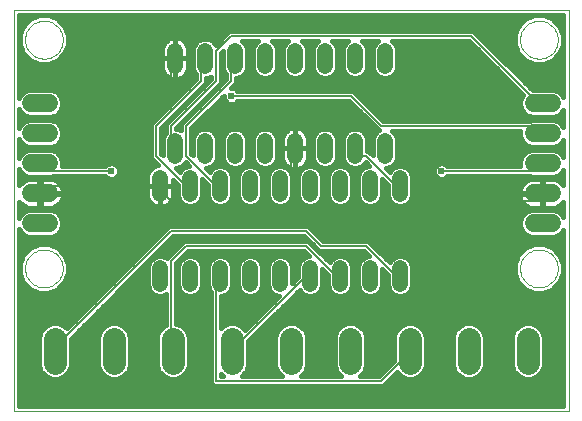
<source format=gbl>
G75*
G70*
%OFA0B0*%
%FSLAX24Y24*%
%IPPOS*%
%LPD*%
%AMOC8*
5,1,8,0,0,1.08239X$1,22.5*
%
%ADD10C,0.0000*%
%ADD11C,0.0520*%
%ADD12C,0.0600*%
%ADD13C,0.0780*%
%ADD14C,0.0060*%
%ADD15C,0.0160*%
%ADD16C,0.0240*%
D10*
X000190Y000181D02*
X000190Y013552D01*
X018685Y013552D01*
X018685Y000181D01*
X000190Y000181D01*
X000560Y004931D02*
X000562Y004981D01*
X000568Y005031D01*
X000578Y005080D01*
X000592Y005128D01*
X000609Y005175D01*
X000630Y005220D01*
X000655Y005264D01*
X000683Y005305D01*
X000715Y005344D01*
X000749Y005381D01*
X000786Y005415D01*
X000826Y005445D01*
X000868Y005472D01*
X000912Y005496D01*
X000958Y005517D01*
X001005Y005533D01*
X001053Y005546D01*
X001103Y005555D01*
X001152Y005560D01*
X001203Y005561D01*
X001253Y005558D01*
X001302Y005551D01*
X001351Y005540D01*
X001399Y005525D01*
X001445Y005507D01*
X001490Y005485D01*
X001533Y005459D01*
X001574Y005430D01*
X001613Y005398D01*
X001649Y005363D01*
X001681Y005325D01*
X001711Y005285D01*
X001738Y005242D01*
X001761Y005198D01*
X001780Y005152D01*
X001796Y005104D01*
X001808Y005055D01*
X001816Y005006D01*
X001820Y004956D01*
X001820Y004906D01*
X001816Y004856D01*
X001808Y004807D01*
X001796Y004758D01*
X001780Y004710D01*
X001761Y004664D01*
X001738Y004620D01*
X001711Y004577D01*
X001681Y004537D01*
X001649Y004499D01*
X001613Y004464D01*
X001574Y004432D01*
X001533Y004403D01*
X001490Y004377D01*
X001445Y004355D01*
X001399Y004337D01*
X001351Y004322D01*
X001302Y004311D01*
X001253Y004304D01*
X001203Y004301D01*
X001152Y004302D01*
X001103Y004307D01*
X001053Y004316D01*
X001005Y004329D01*
X000958Y004345D01*
X000912Y004366D01*
X000868Y004390D01*
X000826Y004417D01*
X000786Y004447D01*
X000749Y004481D01*
X000715Y004518D01*
X000683Y004557D01*
X000655Y004598D01*
X000630Y004642D01*
X000609Y004687D01*
X000592Y004734D01*
X000578Y004782D01*
X000568Y004831D01*
X000562Y004881D01*
X000560Y004931D01*
X000560Y012556D02*
X000562Y012606D01*
X000568Y012656D01*
X000578Y012705D01*
X000592Y012753D01*
X000609Y012800D01*
X000630Y012845D01*
X000655Y012889D01*
X000683Y012930D01*
X000715Y012969D01*
X000749Y013006D01*
X000786Y013040D01*
X000826Y013070D01*
X000868Y013097D01*
X000912Y013121D01*
X000958Y013142D01*
X001005Y013158D01*
X001053Y013171D01*
X001103Y013180D01*
X001152Y013185D01*
X001203Y013186D01*
X001253Y013183D01*
X001302Y013176D01*
X001351Y013165D01*
X001399Y013150D01*
X001445Y013132D01*
X001490Y013110D01*
X001533Y013084D01*
X001574Y013055D01*
X001613Y013023D01*
X001649Y012988D01*
X001681Y012950D01*
X001711Y012910D01*
X001738Y012867D01*
X001761Y012823D01*
X001780Y012777D01*
X001796Y012729D01*
X001808Y012680D01*
X001816Y012631D01*
X001820Y012581D01*
X001820Y012531D01*
X001816Y012481D01*
X001808Y012432D01*
X001796Y012383D01*
X001780Y012335D01*
X001761Y012289D01*
X001738Y012245D01*
X001711Y012202D01*
X001681Y012162D01*
X001649Y012124D01*
X001613Y012089D01*
X001574Y012057D01*
X001533Y012028D01*
X001490Y012002D01*
X001445Y011980D01*
X001399Y011962D01*
X001351Y011947D01*
X001302Y011936D01*
X001253Y011929D01*
X001203Y011926D01*
X001152Y011927D01*
X001103Y011932D01*
X001053Y011941D01*
X001005Y011954D01*
X000958Y011970D01*
X000912Y011991D01*
X000868Y012015D01*
X000826Y012042D01*
X000786Y012072D01*
X000749Y012106D01*
X000715Y012143D01*
X000683Y012182D01*
X000655Y012223D01*
X000630Y012267D01*
X000609Y012312D01*
X000592Y012359D01*
X000578Y012407D01*
X000568Y012456D01*
X000562Y012506D01*
X000560Y012556D01*
X017060Y012556D02*
X017062Y012606D01*
X017068Y012656D01*
X017078Y012705D01*
X017092Y012753D01*
X017109Y012800D01*
X017130Y012845D01*
X017155Y012889D01*
X017183Y012930D01*
X017215Y012969D01*
X017249Y013006D01*
X017286Y013040D01*
X017326Y013070D01*
X017368Y013097D01*
X017412Y013121D01*
X017458Y013142D01*
X017505Y013158D01*
X017553Y013171D01*
X017603Y013180D01*
X017652Y013185D01*
X017703Y013186D01*
X017753Y013183D01*
X017802Y013176D01*
X017851Y013165D01*
X017899Y013150D01*
X017945Y013132D01*
X017990Y013110D01*
X018033Y013084D01*
X018074Y013055D01*
X018113Y013023D01*
X018149Y012988D01*
X018181Y012950D01*
X018211Y012910D01*
X018238Y012867D01*
X018261Y012823D01*
X018280Y012777D01*
X018296Y012729D01*
X018308Y012680D01*
X018316Y012631D01*
X018320Y012581D01*
X018320Y012531D01*
X018316Y012481D01*
X018308Y012432D01*
X018296Y012383D01*
X018280Y012335D01*
X018261Y012289D01*
X018238Y012245D01*
X018211Y012202D01*
X018181Y012162D01*
X018149Y012124D01*
X018113Y012089D01*
X018074Y012057D01*
X018033Y012028D01*
X017990Y012002D01*
X017945Y011980D01*
X017899Y011962D01*
X017851Y011947D01*
X017802Y011936D01*
X017753Y011929D01*
X017703Y011926D01*
X017652Y011927D01*
X017603Y011932D01*
X017553Y011941D01*
X017505Y011954D01*
X017458Y011970D01*
X017412Y011991D01*
X017368Y012015D01*
X017326Y012042D01*
X017286Y012072D01*
X017249Y012106D01*
X017215Y012143D01*
X017183Y012182D01*
X017155Y012223D01*
X017130Y012267D01*
X017109Y012312D01*
X017092Y012359D01*
X017078Y012407D01*
X017068Y012456D01*
X017062Y012506D01*
X017060Y012556D01*
X017060Y004931D02*
X017062Y004981D01*
X017068Y005031D01*
X017078Y005080D01*
X017092Y005128D01*
X017109Y005175D01*
X017130Y005220D01*
X017155Y005264D01*
X017183Y005305D01*
X017215Y005344D01*
X017249Y005381D01*
X017286Y005415D01*
X017326Y005445D01*
X017368Y005472D01*
X017412Y005496D01*
X017458Y005517D01*
X017505Y005533D01*
X017553Y005546D01*
X017603Y005555D01*
X017652Y005560D01*
X017703Y005561D01*
X017753Y005558D01*
X017802Y005551D01*
X017851Y005540D01*
X017899Y005525D01*
X017945Y005507D01*
X017990Y005485D01*
X018033Y005459D01*
X018074Y005430D01*
X018113Y005398D01*
X018149Y005363D01*
X018181Y005325D01*
X018211Y005285D01*
X018238Y005242D01*
X018261Y005198D01*
X018280Y005152D01*
X018296Y005104D01*
X018308Y005055D01*
X018316Y005006D01*
X018320Y004956D01*
X018320Y004906D01*
X018316Y004856D01*
X018308Y004807D01*
X018296Y004758D01*
X018280Y004710D01*
X018261Y004664D01*
X018238Y004620D01*
X018211Y004577D01*
X018181Y004537D01*
X018149Y004499D01*
X018113Y004464D01*
X018074Y004432D01*
X018033Y004403D01*
X017990Y004377D01*
X017945Y004355D01*
X017899Y004337D01*
X017851Y004322D01*
X017802Y004311D01*
X017753Y004304D01*
X017703Y004301D01*
X017652Y004302D01*
X017603Y004307D01*
X017553Y004316D01*
X017505Y004329D01*
X017458Y004345D01*
X017412Y004366D01*
X017368Y004390D01*
X017326Y004417D01*
X017286Y004447D01*
X017249Y004481D01*
X017215Y004518D01*
X017183Y004557D01*
X017155Y004598D01*
X017130Y004642D01*
X017109Y004687D01*
X017092Y004734D01*
X017078Y004782D01*
X017068Y004831D01*
X017062Y004881D01*
X017060Y004931D01*
D11*
X013065Y004941D02*
X013065Y004421D01*
X012065Y004421D02*
X012065Y004941D01*
X011065Y004941D02*
X011065Y004421D01*
X010065Y004421D02*
X010065Y004941D01*
X009065Y004941D02*
X009065Y004421D01*
X008065Y004421D02*
X008065Y004941D01*
X007065Y004941D02*
X007065Y004421D01*
X006065Y004421D02*
X006065Y004941D01*
X005065Y004941D02*
X005065Y004421D01*
X005065Y007421D02*
X005065Y007941D01*
X005565Y008671D02*
X005565Y009191D01*
X006565Y009191D02*
X006565Y008671D01*
X007065Y007941D02*
X007065Y007421D01*
X008065Y007421D02*
X008065Y007941D01*
X008565Y008671D02*
X008565Y009191D01*
X009565Y009191D02*
X009565Y008671D01*
X010565Y008671D02*
X010565Y009191D01*
X011565Y009191D02*
X011565Y008671D01*
X012565Y008671D02*
X012565Y009191D01*
X013065Y007941D02*
X013065Y007421D01*
X012065Y007421D02*
X012065Y007941D01*
X011065Y007941D02*
X011065Y007421D01*
X010065Y007421D02*
X010065Y007941D01*
X009065Y007941D02*
X009065Y007421D01*
X007565Y008671D02*
X007565Y009191D01*
X006065Y007941D02*
X006065Y007421D01*
X006565Y011671D02*
X006565Y012191D01*
X005565Y012191D02*
X005565Y011671D01*
X007565Y011671D02*
X007565Y012191D01*
X008565Y012191D02*
X008565Y011671D01*
X009565Y011671D02*
X009565Y012191D01*
X010565Y012191D02*
X010565Y011671D01*
X011565Y011671D02*
X011565Y012191D01*
X012565Y012191D02*
X012565Y011671D01*
D12*
X017515Y010431D02*
X018115Y010431D01*
X018115Y009431D02*
X017515Y009431D01*
X017515Y008431D02*
X018115Y008431D01*
X018115Y007431D02*
X017515Y007431D01*
X017515Y006431D02*
X018115Y006431D01*
X001365Y006431D02*
X000765Y006431D01*
X000765Y007431D02*
X001365Y007431D01*
X001365Y008431D02*
X000765Y008431D01*
X000765Y009431D02*
X001365Y009431D01*
X001365Y010431D02*
X000765Y010431D01*
D13*
X001560Y002571D02*
X001560Y001791D01*
X003530Y001791D02*
X003530Y002571D01*
X005490Y002571D02*
X005490Y001791D01*
X007470Y001791D02*
X007470Y002571D01*
X009440Y002571D02*
X009440Y001791D01*
X011410Y001791D02*
X011410Y002571D01*
X013390Y002571D02*
X013390Y001791D01*
X015350Y001791D02*
X015350Y002571D01*
X017320Y002571D02*
X017320Y001791D01*
D14*
X013440Y002181D02*
X013390Y002181D01*
X013440Y002181D02*
X012440Y001181D01*
X006940Y001181D01*
X006940Y004681D01*
X007065Y004681D01*
X005940Y005681D02*
X005440Y005181D01*
X005440Y002181D01*
X005490Y002181D01*
X007440Y002181D02*
X007470Y002181D01*
X007440Y002181D02*
X009940Y004681D01*
X010065Y004681D01*
X010940Y004681D02*
X011065Y004681D01*
X010940Y004681D02*
X009940Y005681D01*
X005940Y005681D01*
X005440Y006181D02*
X001440Y002181D01*
X001560Y002181D01*
X005440Y006181D02*
X009940Y006181D01*
X010440Y005681D01*
X011940Y005681D01*
X012940Y004681D01*
X013065Y004681D01*
X012940Y006681D02*
X008940Y006681D01*
X005940Y006681D01*
X004940Y007681D01*
X005065Y007681D01*
X004940Y007681D02*
X004440Y007681D01*
X004440Y009681D01*
X005440Y010681D01*
X005440Y011681D01*
X005565Y011931D01*
X006440Y011681D02*
X006440Y011181D01*
X004940Y009681D01*
X004940Y008681D01*
X005940Y007681D01*
X006065Y007681D01*
X006940Y007681D02*
X007065Y007681D01*
X006940Y007681D02*
X005940Y008681D01*
X005940Y009681D01*
X007440Y011181D01*
X007440Y011681D01*
X007565Y011931D01*
X006940Y012181D02*
X007440Y012681D01*
X015440Y012681D01*
X017440Y010681D01*
X017815Y010431D01*
X017440Y009681D02*
X017815Y009431D01*
X017440Y009681D02*
X012440Y009681D01*
X011440Y010681D01*
X007440Y010681D01*
X006940Y011181D02*
X006940Y012181D01*
X006565Y011931D02*
X006440Y011681D01*
X006940Y011181D02*
X005440Y009681D01*
X005440Y009181D01*
X005565Y008931D01*
X004440Y007681D02*
X001440Y007681D01*
X001065Y007431D01*
X001440Y008181D02*
X001065Y008431D01*
X001440Y008181D02*
X003440Y008181D01*
X008940Y006681D02*
X009440Y007181D01*
X009440Y008681D01*
X009565Y008931D01*
X011440Y008681D02*
X011565Y008931D01*
X011440Y008681D02*
X011940Y008681D01*
X012940Y007681D01*
X013065Y007681D01*
X013440Y007181D02*
X012940Y006681D01*
X013440Y007181D02*
X017440Y007181D01*
X017815Y007431D01*
X017440Y008181D02*
X017815Y008431D01*
X017440Y008181D02*
X014440Y008181D01*
D15*
X014637Y008011D02*
X017379Y008011D01*
X017427Y007991D01*
X018202Y007991D01*
X018364Y008058D01*
X018488Y008182D01*
X018505Y008224D01*
X018505Y007711D01*
X018481Y007744D01*
X018427Y007798D01*
X018366Y007842D01*
X018299Y007876D01*
X018227Y007900D01*
X018152Y007911D01*
X017835Y007911D01*
X017835Y007452D01*
X017794Y007452D01*
X017794Y007911D01*
X017477Y007911D01*
X017402Y007900D01*
X017330Y007876D01*
X017263Y007842D01*
X017202Y007798D01*
X017148Y007744D01*
X017104Y007683D01*
X017070Y007616D01*
X017046Y007544D01*
X017035Y007469D01*
X017035Y007451D01*
X017794Y007451D01*
X017794Y007411D01*
X017035Y007411D01*
X017035Y007394D01*
X017046Y007319D01*
X017070Y007247D01*
X017104Y007180D01*
X017148Y007119D01*
X017202Y007065D01*
X017263Y007021D01*
X017330Y006987D01*
X017402Y006963D01*
X017477Y006951D01*
X017794Y006951D01*
X017794Y007411D01*
X017835Y007411D01*
X017835Y006951D01*
X018152Y006951D01*
X018227Y006963D01*
X018299Y006987D01*
X018366Y007021D01*
X018427Y007065D01*
X018481Y007119D01*
X018505Y007152D01*
X018505Y006639D01*
X018488Y006681D01*
X018364Y006804D01*
X018202Y006871D01*
X017427Y006871D01*
X017265Y006804D01*
X017141Y006681D01*
X017075Y006519D01*
X017075Y006344D01*
X017141Y006182D01*
X017265Y006058D01*
X017427Y005991D01*
X018202Y005991D01*
X018364Y006058D01*
X018488Y006182D01*
X018505Y006224D01*
X018505Y000361D01*
X000369Y000361D01*
X000369Y006235D01*
X000391Y006182D01*
X000515Y006058D01*
X000677Y005991D01*
X001452Y005991D01*
X001614Y006058D01*
X001738Y006182D01*
X001804Y006344D01*
X001804Y006519D01*
X001738Y006681D01*
X001614Y006804D01*
X001452Y006871D01*
X000677Y006871D01*
X000515Y006804D01*
X000391Y006681D01*
X000369Y006627D01*
X000369Y007159D01*
X000398Y007119D01*
X000452Y007065D01*
X000513Y007021D01*
X000580Y006987D01*
X000652Y006963D01*
X000727Y006951D01*
X001044Y006951D01*
X001044Y007411D01*
X001085Y007411D01*
X001085Y007451D01*
X001844Y007451D01*
X001844Y007469D01*
X001833Y007544D01*
X001809Y007616D01*
X001775Y007683D01*
X001731Y007744D01*
X001677Y007798D01*
X001616Y007842D01*
X001549Y007876D01*
X001477Y007900D01*
X001402Y007911D01*
X001085Y007911D01*
X001085Y007452D01*
X001044Y007452D01*
X001044Y007911D01*
X000727Y007911D01*
X000652Y007900D01*
X000580Y007876D01*
X000513Y007842D01*
X000452Y007798D01*
X000398Y007744D01*
X000369Y007704D01*
X000369Y008235D01*
X000391Y008182D01*
X000515Y008058D01*
X000677Y007991D01*
X001452Y007991D01*
X001500Y008011D01*
X003242Y008011D01*
X003292Y007961D01*
X003388Y007921D01*
X003491Y007921D01*
X003587Y007961D01*
X003660Y008034D01*
X003699Y008130D01*
X003699Y008233D01*
X003660Y008329D01*
X003587Y008402D01*
X003491Y008441D01*
X003388Y008441D01*
X003292Y008402D01*
X003242Y008351D01*
X001804Y008351D01*
X001804Y008519D01*
X001738Y008681D01*
X001614Y008804D01*
X001452Y008871D01*
X000677Y008871D01*
X000515Y008804D01*
X000391Y008681D01*
X000369Y008627D01*
X000369Y009235D01*
X000391Y009182D01*
X000515Y009058D01*
X000677Y008991D01*
X001452Y008991D01*
X001614Y009058D01*
X001738Y009182D01*
X001804Y009344D01*
X001804Y009519D01*
X001738Y009681D01*
X001614Y009804D01*
X001452Y009871D01*
X000677Y009871D01*
X000515Y009804D01*
X000391Y009681D01*
X000369Y009627D01*
X000369Y010235D01*
X000391Y010182D01*
X000515Y010058D01*
X000677Y009991D01*
X001452Y009991D01*
X001614Y010058D01*
X001738Y010182D01*
X001804Y010344D01*
X001804Y010519D01*
X001738Y010681D01*
X001614Y010804D01*
X005822Y010804D01*
X005980Y010962D02*
X000369Y010962D01*
X000369Y010804D02*
X000515Y010804D01*
X000391Y010681D01*
X000369Y010627D01*
X000369Y013372D01*
X018505Y013372D01*
X018505Y010639D01*
X018488Y010681D01*
X018364Y010804D01*
X018505Y010804D01*
X018364Y010804D02*
X018202Y010871D01*
X017490Y010871D01*
X015510Y012851D01*
X015369Y012851D01*
X007369Y012851D01*
X007270Y012752D01*
X006913Y012395D01*
X006904Y012418D01*
X006791Y012530D01*
X006644Y012591D01*
X006485Y012591D01*
X006338Y012530D01*
X006225Y012418D01*
X006165Y012271D01*
X006165Y011592D01*
X006225Y011445D01*
X006270Y011401D01*
X006270Y011252D01*
X004770Y009752D01*
X004770Y009611D01*
X004770Y008611D01*
X004869Y008511D01*
X005003Y008377D01*
X004961Y008371D01*
X004896Y008349D01*
X004834Y008318D01*
X004778Y008277D01*
X004729Y008228D01*
X004688Y008172D01*
X004657Y008110D01*
X004635Y008044D01*
X004625Y007976D01*
X004625Y007682D01*
X005064Y007682D01*
X005064Y007681D01*
X004625Y007681D01*
X004625Y007387D01*
X004635Y007318D01*
X004657Y007252D01*
X004688Y007191D01*
X004729Y007135D01*
X004778Y007086D01*
X004834Y007045D01*
X004896Y007014D01*
X004961Y006992D01*
X005030Y006981D01*
X005064Y006981D01*
X005064Y007681D01*
X005065Y007681D01*
X005065Y007682D01*
X005504Y007682D01*
X005504Y007876D01*
X005665Y007716D01*
X005665Y007342D01*
X005725Y007195D01*
X005838Y007082D01*
X005985Y007021D01*
X006144Y007021D01*
X006291Y007082D01*
X006404Y007195D01*
X006464Y007342D01*
X006464Y007916D01*
X006665Y007716D01*
X006665Y007342D01*
X006725Y007195D01*
X006838Y007082D01*
X006985Y007021D01*
X007144Y007021D01*
X007291Y007082D01*
X007404Y007195D01*
X007464Y007342D01*
X007464Y008021D01*
X007404Y008168D01*
X007291Y008280D01*
X007144Y008341D01*
X006985Y008341D01*
X006838Y008280D01*
X006725Y008168D01*
X006716Y008145D01*
X006590Y008271D01*
X006644Y008271D01*
X006791Y008332D01*
X006904Y008445D01*
X006964Y008592D01*
X006964Y009271D01*
X006904Y009418D01*
X006791Y009530D01*
X006644Y009591D01*
X006485Y009591D01*
X006338Y009530D01*
X006225Y009418D01*
X006165Y009271D01*
X006165Y008697D01*
X006109Y008752D01*
X006109Y009611D01*
X007180Y010681D01*
X007180Y010630D01*
X007219Y010534D01*
X007292Y010461D01*
X007388Y010421D01*
X007491Y010421D01*
X007587Y010461D01*
X007637Y010511D01*
X011369Y010511D01*
X012347Y009534D01*
X012338Y009530D01*
X012225Y009418D01*
X012165Y009271D01*
X012165Y008697D01*
X012010Y008851D01*
X011964Y008851D01*
X011964Y009271D01*
X011904Y009418D01*
X011791Y009530D01*
X011644Y009591D01*
X011485Y009591D01*
X011338Y009530D01*
X011225Y009418D01*
X011165Y009271D01*
X011165Y008592D01*
X011225Y008445D01*
X011338Y008332D01*
X011485Y008271D01*
X011644Y008271D01*
X011791Y008332D01*
X011904Y008445D01*
X011913Y008468D01*
X012039Y008341D01*
X011985Y008341D01*
X011838Y008280D01*
X011725Y008168D01*
X011665Y008021D01*
X011665Y007342D01*
X011725Y007195D01*
X011838Y007082D01*
X011985Y007021D01*
X012144Y007021D01*
X012291Y007082D01*
X012404Y007195D01*
X012464Y007342D01*
X012464Y007916D01*
X012665Y007716D01*
X012665Y007342D01*
X012725Y007195D01*
X012838Y007082D01*
X012985Y007021D01*
X013144Y007021D01*
X013291Y007082D01*
X013404Y007195D01*
X013464Y007342D01*
X013464Y008021D01*
X013404Y008168D01*
X013291Y008280D01*
X013144Y008341D01*
X012985Y008341D01*
X012838Y008280D01*
X012725Y008168D01*
X012716Y008145D01*
X012590Y008271D01*
X012644Y008271D01*
X012791Y008332D01*
X012904Y008445D01*
X012964Y008592D01*
X012964Y009271D01*
X012904Y009418D01*
X012810Y009511D01*
X017075Y009511D01*
X017075Y009344D01*
X017141Y009182D01*
X017265Y009058D01*
X017427Y008991D01*
X018202Y008991D01*
X018364Y009058D01*
X018488Y009182D01*
X018505Y009224D01*
X018505Y008639D01*
X018488Y008681D01*
X018364Y008804D01*
X018202Y008871D01*
X017427Y008871D01*
X017265Y008804D01*
X017141Y008681D01*
X017075Y008519D01*
X017075Y008351D01*
X014637Y008351D01*
X014587Y008402D01*
X014491Y008441D01*
X014388Y008441D01*
X014292Y008402D01*
X014219Y008329D01*
X014180Y008233D01*
X014180Y008130D01*
X014219Y008034D01*
X014292Y007961D01*
X014388Y007921D01*
X014491Y007921D01*
X014587Y007961D01*
X014637Y008011D01*
X014560Y007950D02*
X018505Y007950D01*
X018505Y007791D02*
X018433Y007791D01*
X018414Y008109D02*
X018505Y008109D01*
X018505Y008743D02*
X018425Y008743D01*
X018505Y008901D02*
X012964Y008901D01*
X012964Y008743D02*
X017204Y008743D01*
X017102Y008584D02*
X012961Y008584D01*
X012884Y008426D02*
X014350Y008426D01*
X014529Y008426D02*
X017075Y008426D01*
X017264Y009060D02*
X012964Y009060D01*
X012964Y009218D02*
X017126Y009218D01*
X017075Y009377D02*
X012921Y009377D01*
X012345Y009535D02*
X011779Y009535D01*
X011921Y009377D02*
X012208Y009377D01*
X012165Y009218D02*
X011964Y009218D01*
X011964Y009060D02*
X012165Y009060D01*
X012165Y008901D02*
X011964Y008901D01*
X012119Y008743D02*
X012165Y008743D01*
X011955Y008426D02*
X011884Y008426D01*
X011825Y008267D02*
X011304Y008267D01*
X011291Y008280D02*
X011144Y008341D01*
X010985Y008341D01*
X010838Y008280D01*
X010725Y008168D01*
X010665Y008021D01*
X010665Y007342D01*
X010725Y007195D01*
X010838Y007082D01*
X010985Y007021D01*
X011144Y007021D01*
X011291Y007082D01*
X011404Y007195D01*
X011464Y007342D01*
X011464Y008021D01*
X011404Y008168D01*
X011291Y008280D01*
X011245Y008426D02*
X010884Y008426D01*
X010904Y008445D02*
X010964Y008592D01*
X010964Y009271D01*
X010904Y009418D01*
X010791Y009530D01*
X010644Y009591D01*
X010485Y009591D01*
X010338Y009530D01*
X010225Y009418D01*
X010165Y009271D01*
X010165Y008592D01*
X010225Y008445D01*
X010338Y008332D01*
X010485Y008271D01*
X010644Y008271D01*
X010791Y008332D01*
X010904Y008445D01*
X010961Y008584D02*
X011168Y008584D01*
X011165Y008743D02*
X010964Y008743D01*
X010964Y008901D02*
X011165Y008901D01*
X011165Y009060D02*
X010964Y009060D01*
X010964Y009218D02*
X011165Y009218D01*
X011208Y009377D02*
X010921Y009377D01*
X010779Y009535D02*
X011350Y009535D01*
X011869Y010011D02*
X006510Y010011D01*
X006351Y009853D02*
X012028Y009853D01*
X012186Y009694D02*
X006192Y009694D01*
X006109Y009535D02*
X006350Y009535D01*
X006208Y009377D02*
X006109Y009377D01*
X006109Y009218D02*
X006165Y009218D01*
X006165Y009060D02*
X006109Y009060D01*
X006109Y008901D02*
X006165Y008901D01*
X006165Y008743D02*
X006119Y008743D01*
X005913Y008468D02*
X006039Y008341D01*
X005985Y008341D01*
X005838Y008280D01*
X005725Y008168D01*
X005716Y008145D01*
X005590Y008271D01*
X005644Y008271D01*
X005791Y008332D01*
X005904Y008445D01*
X005913Y008468D01*
X005884Y008426D02*
X005955Y008426D01*
X005825Y008267D02*
X005594Y008267D01*
X005165Y008697D02*
X005109Y008752D01*
X005109Y009611D01*
X006510Y011011D01*
X006609Y011111D01*
X006609Y011271D01*
X006644Y011271D01*
X006770Y011323D01*
X006770Y011252D01*
X005270Y009752D01*
X005270Y009611D01*
X005270Y009462D01*
X005225Y009418D01*
X005165Y009271D01*
X005165Y008697D01*
X005165Y008743D02*
X005119Y008743D01*
X005109Y008901D02*
X005165Y008901D01*
X005165Y009060D02*
X005109Y009060D01*
X005109Y009218D02*
X005165Y009218D01*
X005208Y009377D02*
X005109Y009377D01*
X005109Y009535D02*
X005270Y009535D01*
X005270Y009694D02*
X005193Y009694D01*
X005351Y009853D02*
X005370Y009853D01*
X005510Y010011D02*
X005529Y010011D01*
X005668Y010170D02*
X005687Y010170D01*
X005827Y010328D02*
X005846Y010328D01*
X005985Y010487D02*
X006004Y010487D01*
X006144Y010645D02*
X006163Y010645D01*
X006302Y010804D02*
X006322Y010804D01*
X006461Y010962D02*
X006480Y010962D01*
X006609Y011121D02*
X006639Y011121D01*
X006961Y010962D02*
X006980Y010962D01*
X007010Y011011D02*
X007109Y011111D01*
X007109Y012111D01*
X007165Y012166D01*
X007165Y011592D01*
X007225Y011445D01*
X007270Y011401D01*
X007270Y011252D01*
X005770Y009752D01*
X005770Y009611D01*
X005770Y009539D01*
X005644Y009591D01*
X005609Y009591D01*
X005609Y009611D01*
X007010Y011011D01*
X007109Y011121D02*
X007139Y011121D01*
X007109Y011279D02*
X007270Y011279D01*
X007232Y011438D02*
X007109Y011438D01*
X007109Y011597D02*
X007165Y011597D01*
X007165Y011755D02*
X007109Y011755D01*
X007109Y011914D02*
X007165Y011914D01*
X007165Y012072D02*
X007109Y012072D01*
X007066Y012548D02*
X006749Y012548D01*
X006380Y012548D02*
X005823Y012548D01*
X005795Y012568D02*
X005733Y012599D01*
X005668Y012621D01*
X005599Y012631D01*
X005565Y012631D01*
X005565Y011932D01*
X005564Y011932D01*
X005564Y012631D01*
X005530Y012631D01*
X005461Y012621D01*
X005396Y012599D01*
X005334Y012568D01*
X005278Y012527D01*
X005229Y012478D01*
X005188Y012422D01*
X005157Y012360D01*
X005135Y012294D01*
X005125Y012226D01*
X005125Y011932D01*
X005564Y011932D01*
X005564Y011931D01*
X005125Y011931D01*
X005125Y011637D01*
X005135Y011568D01*
X005157Y011502D01*
X005188Y011441D01*
X005229Y011385D01*
X005278Y011336D01*
X005334Y011295D01*
X005396Y011264D01*
X005461Y011242D01*
X005530Y011231D01*
X005564Y011231D01*
X005564Y011931D01*
X005565Y011931D01*
X005565Y011932D01*
X006004Y011932D01*
X006004Y012226D01*
X005994Y012294D01*
X005972Y012360D01*
X005941Y012422D01*
X005900Y012478D01*
X005851Y012527D01*
X005795Y012568D01*
X005565Y012548D02*
X005564Y012548D01*
X005564Y012389D02*
X005565Y012389D01*
X005564Y012231D02*
X005565Y012231D01*
X005564Y012072D02*
X005565Y012072D01*
X005565Y011931D02*
X006004Y011931D01*
X006004Y011637D01*
X005994Y011568D01*
X005972Y011502D01*
X005941Y011441D01*
X005900Y011385D01*
X005851Y011336D01*
X005795Y011295D01*
X005733Y011264D01*
X005668Y011242D01*
X005599Y011231D01*
X005565Y011231D01*
X005565Y011931D01*
X005564Y011914D02*
X005565Y011914D01*
X005564Y011755D02*
X005565Y011755D01*
X005564Y011597D02*
X005565Y011597D01*
X005564Y011438D02*
X005565Y011438D01*
X005564Y011279D02*
X005565Y011279D01*
X005764Y011279D02*
X006270Y011279D01*
X006232Y011438D02*
X005939Y011438D01*
X005998Y011597D02*
X006165Y011597D01*
X006165Y011755D02*
X006004Y011755D01*
X006004Y011914D02*
X006165Y011914D01*
X006165Y012072D02*
X006004Y012072D01*
X006004Y012231D02*
X006165Y012231D01*
X006214Y012389D02*
X005958Y012389D01*
X005306Y012548D02*
X001999Y012548D01*
X001999Y012395D02*
X001876Y012098D01*
X001648Y011870D01*
X001351Y011746D01*
X001028Y011746D01*
X000731Y011870D01*
X000503Y012098D01*
X000380Y012395D01*
X000380Y012718D01*
X000503Y013015D01*
X000731Y013243D01*
X001028Y013366D01*
X001351Y013366D01*
X001648Y013243D01*
X001876Y013015D01*
X001999Y012718D01*
X001999Y012395D01*
X001997Y012389D02*
X005172Y012389D01*
X005125Y012231D02*
X001931Y012231D01*
X001851Y012072D02*
X005125Y012072D01*
X005125Y011914D02*
X001692Y011914D01*
X001371Y011755D02*
X005125Y011755D01*
X005131Y011597D02*
X000369Y011597D01*
X000369Y011755D02*
X001008Y011755D01*
X000687Y011914D02*
X000369Y011914D01*
X000369Y012072D02*
X000528Y012072D01*
X000448Y012231D02*
X000369Y012231D01*
X000369Y012389D02*
X000382Y012389D01*
X000369Y012548D02*
X000380Y012548D01*
X000369Y012706D02*
X000380Y012706D01*
X000369Y012865D02*
X000441Y012865D01*
X000511Y013023D02*
X000369Y013023D01*
X000369Y013182D02*
X000670Y013182D01*
X000966Y013341D02*
X000369Y013341D01*
X001413Y013341D02*
X017466Y013341D01*
X017528Y013366D02*
X017231Y013243D01*
X017003Y013015D01*
X016880Y012718D01*
X016880Y012395D01*
X017003Y012098D01*
X017231Y011870D01*
X017528Y011746D01*
X017851Y011746D01*
X018148Y011870D01*
X018376Y012098D01*
X018499Y012395D01*
X018499Y012718D01*
X018376Y013015D01*
X018148Y013243D01*
X017851Y013366D01*
X017528Y013366D01*
X017913Y013341D02*
X018505Y013341D01*
X018505Y013182D02*
X018209Y013182D01*
X018368Y013023D02*
X018505Y013023D01*
X018505Y012865D02*
X018438Y012865D01*
X018499Y012706D02*
X018505Y012706D01*
X018499Y012548D02*
X018505Y012548D01*
X018497Y012389D02*
X018505Y012389D01*
X018505Y012231D02*
X018431Y012231D01*
X018505Y012072D02*
X018351Y012072D01*
X018505Y011914D02*
X018192Y011914D01*
X018505Y011755D02*
X017871Y011755D01*
X017508Y011755D02*
X016606Y011755D01*
X016448Y011914D02*
X017187Y011914D01*
X017028Y012072D02*
X016289Y012072D01*
X016131Y012231D02*
X016948Y012231D01*
X016882Y012389D02*
X015972Y012389D01*
X015814Y012548D02*
X016880Y012548D01*
X016880Y012706D02*
X015655Y012706D01*
X015369Y012511D02*
X017171Y010710D01*
X017141Y010681D01*
X017075Y010519D01*
X017075Y010344D01*
X017141Y010182D01*
X017265Y010058D01*
X017427Y009991D01*
X018202Y009991D01*
X018364Y010058D01*
X018488Y010182D01*
X018505Y010224D01*
X018505Y009639D01*
X018488Y009681D01*
X018364Y009804D01*
X018202Y009871D01*
X017427Y009871D01*
X017379Y009851D01*
X012510Y009851D01*
X011609Y010752D01*
X011510Y010851D01*
X007637Y010851D01*
X007587Y010902D01*
X007491Y010941D01*
X007440Y010941D01*
X007510Y011011D01*
X007609Y011111D01*
X007609Y011271D01*
X007644Y011271D01*
X007791Y011332D01*
X007904Y011445D01*
X007964Y011592D01*
X007964Y012271D01*
X007904Y012418D01*
X007810Y012511D01*
X008319Y012511D01*
X008225Y012418D01*
X008165Y012271D01*
X008165Y011592D01*
X008225Y011445D01*
X008338Y011332D01*
X008485Y011271D01*
X008644Y011271D01*
X008791Y011332D01*
X008904Y011445D01*
X008964Y011592D01*
X008964Y012271D01*
X008904Y012418D01*
X008810Y012511D01*
X009319Y012511D01*
X009225Y012418D01*
X009165Y012271D01*
X009165Y011592D01*
X009225Y011445D01*
X009338Y011332D01*
X009485Y011271D01*
X009644Y011271D01*
X009791Y011332D01*
X009904Y011445D01*
X009964Y011592D01*
X009964Y012271D01*
X009904Y012418D01*
X009810Y012511D01*
X010319Y012511D01*
X010225Y012418D01*
X010165Y012271D01*
X010165Y011592D01*
X010225Y011445D01*
X010338Y011332D01*
X010485Y011271D01*
X010644Y011271D01*
X010791Y011332D01*
X010904Y011445D01*
X010964Y011592D01*
X010964Y012271D01*
X010904Y012418D01*
X010810Y012511D01*
X011319Y012511D01*
X011225Y012418D01*
X011165Y012271D01*
X011165Y011592D01*
X011225Y011445D01*
X011338Y011332D01*
X011485Y011271D01*
X011644Y011271D01*
X011791Y011332D01*
X011904Y011445D01*
X011964Y011592D01*
X011964Y012271D01*
X011904Y012418D01*
X011810Y012511D01*
X012319Y012511D01*
X012225Y012418D01*
X012165Y012271D01*
X012165Y011592D01*
X012225Y011445D01*
X012338Y011332D01*
X012485Y011271D01*
X012644Y011271D01*
X012791Y011332D01*
X012904Y011445D01*
X012964Y011592D01*
X012964Y012271D01*
X012904Y012418D01*
X012810Y012511D01*
X015369Y012511D01*
X015491Y012389D02*
X012916Y012389D01*
X012964Y012231D02*
X015650Y012231D01*
X015808Y012072D02*
X012964Y012072D01*
X012964Y011914D02*
X015967Y011914D01*
X016125Y011755D02*
X012964Y011755D01*
X012964Y011597D02*
X016284Y011597D01*
X016443Y011438D02*
X012897Y011438D01*
X012663Y011279D02*
X016601Y011279D01*
X016760Y011121D02*
X007609Y011121D01*
X007461Y010962D02*
X016918Y010962D01*
X017077Y010804D02*
X011557Y010804D01*
X011716Y010645D02*
X017127Y010645D01*
X017075Y010487D02*
X011875Y010487D01*
X012033Y010328D02*
X017081Y010328D01*
X017154Y010170D02*
X012192Y010170D01*
X012350Y010011D02*
X017379Y010011D01*
X017382Y009853D02*
X012509Y009853D01*
X011711Y010170D02*
X006668Y010170D01*
X006827Y010328D02*
X011552Y010328D01*
X011394Y010487D02*
X007613Y010487D01*
X007266Y010487D02*
X006985Y010487D01*
X007144Y010645D02*
X007180Y010645D01*
X006822Y010804D02*
X006802Y010804D01*
X006663Y010645D02*
X006644Y010645D01*
X006504Y010487D02*
X006485Y010487D01*
X006346Y010328D02*
X006327Y010328D01*
X006187Y010170D02*
X006168Y010170D01*
X006029Y010011D02*
X006010Y010011D01*
X005870Y009853D02*
X005851Y009853D01*
X005770Y009694D02*
X005693Y009694D01*
X005187Y010170D02*
X001725Y010170D01*
X001798Y010328D02*
X005346Y010328D01*
X005504Y010487D02*
X001804Y010487D01*
X001752Y010645D02*
X005663Y010645D01*
X006139Y011121D02*
X000369Y011121D01*
X000369Y011279D02*
X005365Y011279D01*
X005190Y011438D02*
X000369Y011438D01*
X000677Y010871D02*
X000515Y010804D01*
X000677Y010871D02*
X001452Y010871D01*
X001614Y010804D01*
X001500Y010011D02*
X005029Y010011D01*
X004870Y009853D02*
X001498Y009853D01*
X001724Y009694D02*
X004770Y009694D01*
X004770Y009535D02*
X001798Y009535D01*
X001804Y009377D02*
X004770Y009377D01*
X004770Y009218D02*
X001753Y009218D01*
X001615Y009060D02*
X004770Y009060D01*
X004770Y008901D02*
X000369Y008901D01*
X000369Y008743D02*
X000454Y008743D01*
X000514Y009060D02*
X000369Y009060D01*
X000369Y009218D02*
X000376Y009218D01*
X000369Y009694D02*
X000405Y009694D01*
X000369Y009853D02*
X000632Y009853D01*
X000629Y010011D02*
X000369Y010011D01*
X000369Y010170D02*
X000404Y010170D01*
X000377Y010645D02*
X000369Y010645D01*
X001675Y008743D02*
X004770Y008743D01*
X004796Y008584D02*
X001777Y008584D01*
X001804Y008426D02*
X003350Y008426D01*
X003529Y008426D02*
X004955Y008426D01*
X004869Y008511D02*
X004869Y008511D01*
X004768Y008267D02*
X003685Y008267D01*
X003691Y008109D02*
X004656Y008109D01*
X004625Y007950D02*
X003560Y007950D01*
X003319Y007950D02*
X000369Y007950D01*
X000369Y007791D02*
X000446Y007791D01*
X000465Y008109D02*
X000369Y008109D01*
X001044Y007791D02*
X001085Y007791D01*
X001085Y007633D02*
X001044Y007633D01*
X001044Y007474D02*
X001085Y007474D01*
X001085Y007411D02*
X001844Y007411D01*
X001844Y007394D01*
X001833Y007319D01*
X001809Y007247D01*
X001775Y007180D01*
X001731Y007119D01*
X001677Y007065D01*
X001616Y007021D01*
X001549Y006987D01*
X001477Y006963D01*
X001402Y006951D01*
X001085Y006951D01*
X001085Y007411D01*
X001085Y007316D02*
X001044Y007316D01*
X001044Y007157D02*
X001085Y007157D01*
X001085Y006999D02*
X001044Y006999D01*
X000602Y006840D02*
X000369Y006840D01*
X000369Y006682D02*
X000393Y006682D01*
X000369Y006999D02*
X000556Y006999D01*
X000369Y007157D02*
X000370Y007157D01*
X000369Y006206D02*
X000382Y006206D01*
X000369Y006048D02*
X000541Y006048D01*
X000369Y005889D02*
X004907Y005889D01*
X004748Y005730D02*
X001377Y005730D01*
X001351Y005741D02*
X001028Y005741D01*
X000731Y005618D01*
X000503Y005390D01*
X000380Y005093D01*
X000380Y004770D01*
X000503Y004473D01*
X000731Y004245D01*
X001028Y004121D01*
X001351Y004121D01*
X001648Y004245D01*
X001876Y004473D01*
X001999Y004770D01*
X001999Y005093D01*
X001876Y005390D01*
X001648Y005618D01*
X001351Y005741D01*
X001694Y005572D02*
X004590Y005572D01*
X004431Y005413D02*
X001853Y005413D01*
X001932Y005255D02*
X004273Y005255D01*
X004114Y005096D02*
X001998Y005096D01*
X001999Y004938D02*
X003955Y004938D01*
X003797Y004779D02*
X001999Y004779D01*
X001937Y004621D02*
X003638Y004621D01*
X003480Y004462D02*
X001866Y004462D01*
X001707Y004304D02*
X003321Y004304D01*
X003163Y004145D02*
X001407Y004145D01*
X000972Y004145D02*
X000369Y004145D01*
X000369Y003986D02*
X003004Y003986D01*
X002846Y003828D02*
X000369Y003828D01*
X000369Y003669D02*
X002687Y003669D01*
X002529Y003511D02*
X000369Y003511D01*
X000369Y003352D02*
X002370Y003352D01*
X002211Y003194D02*
X000369Y003194D01*
X000369Y003035D02*
X001294Y003035D01*
X001259Y003021D02*
X001110Y002872D01*
X001030Y002677D01*
X001030Y001686D01*
X001110Y001491D01*
X001259Y001342D01*
X001454Y001261D01*
X001665Y001261D01*
X001860Y001342D01*
X002009Y001491D01*
X002089Y001686D01*
X002089Y002591D01*
X005510Y006011D01*
X009869Y006011D01*
X010369Y005511D01*
X010510Y005511D01*
X011869Y005511D01*
X012039Y005341D01*
X011985Y005341D01*
X011838Y005280D01*
X011725Y005168D01*
X011665Y005021D01*
X011665Y004342D01*
X011725Y004195D01*
X011838Y004082D01*
X011985Y004021D01*
X012144Y004021D01*
X012291Y004082D01*
X012404Y004195D01*
X012464Y004342D01*
X012464Y004916D01*
X012665Y004716D01*
X012665Y004342D01*
X012725Y004195D01*
X012838Y004082D01*
X012985Y004021D01*
X013144Y004021D01*
X013291Y004082D01*
X013404Y004195D01*
X013464Y004342D01*
X013464Y005021D01*
X013404Y005168D01*
X013291Y005280D01*
X013144Y005341D01*
X012985Y005341D01*
X012838Y005280D01*
X012725Y005168D01*
X012716Y005145D01*
X012109Y005752D01*
X012010Y005851D01*
X010510Y005851D01*
X010109Y006252D01*
X010010Y006351D01*
X005510Y006351D01*
X005369Y006351D01*
X001949Y002931D01*
X001860Y003021D01*
X001665Y003101D01*
X001454Y003101D01*
X001259Y003021D01*
X001115Y002877D02*
X000369Y002877D01*
X000369Y002718D02*
X001047Y002718D01*
X001030Y002560D02*
X000369Y002560D01*
X000369Y002401D02*
X001030Y002401D01*
X001030Y002242D02*
X000369Y002242D01*
X000369Y002084D02*
X001030Y002084D01*
X001030Y001925D02*
X000369Y001925D01*
X000369Y001767D02*
X001030Y001767D01*
X001062Y001608D02*
X000369Y001608D01*
X000369Y001450D02*
X001152Y001450D01*
X001382Y001291D02*
X000369Y001291D01*
X000369Y001133D02*
X006770Y001133D01*
X006770Y001111D02*
X006869Y001011D01*
X012369Y001011D01*
X012510Y001011D01*
X012965Y001466D01*
X013089Y001342D01*
X013284Y001261D01*
X013495Y001261D01*
X013690Y001342D01*
X013839Y001491D01*
X013919Y001686D01*
X013919Y002677D01*
X013839Y002872D01*
X013690Y003021D01*
X013495Y003101D01*
X013284Y003101D01*
X013089Y003021D01*
X012940Y002872D01*
X012860Y002677D01*
X012860Y001842D01*
X012369Y001351D01*
X011719Y001351D01*
X011859Y001491D01*
X011939Y001686D01*
X011939Y002677D01*
X011859Y002872D01*
X011710Y003021D01*
X011515Y003101D01*
X011304Y003101D01*
X011109Y003021D01*
X010960Y002872D01*
X010880Y002677D01*
X010880Y001686D01*
X010960Y001491D01*
X011100Y001351D01*
X009749Y001351D01*
X009889Y001491D01*
X009969Y001686D01*
X009969Y002677D01*
X009889Y002872D01*
X009740Y003021D01*
X009545Y003101D01*
X009334Y003101D01*
X009139Y003021D01*
X008990Y002872D01*
X008910Y002677D01*
X008910Y001686D01*
X008990Y001491D01*
X009130Y001351D01*
X007779Y001351D01*
X007919Y001491D01*
X007999Y001686D01*
X007999Y002501D01*
X009716Y004218D01*
X009725Y004195D01*
X009838Y004082D01*
X009985Y004021D01*
X010144Y004021D01*
X010291Y004082D01*
X010404Y004195D01*
X010464Y004342D01*
X010464Y004916D01*
X010665Y004716D01*
X010665Y004342D01*
X010725Y004195D01*
X010838Y004082D01*
X010985Y004021D01*
X011144Y004021D01*
X011291Y004082D01*
X011404Y004195D01*
X011464Y004342D01*
X011464Y005021D01*
X011404Y005168D01*
X011291Y005280D01*
X011144Y005341D01*
X010985Y005341D01*
X010838Y005280D01*
X010725Y005168D01*
X010716Y005145D01*
X010109Y005752D01*
X010010Y005851D01*
X006010Y005851D01*
X005869Y005851D01*
X005369Y005351D01*
X005295Y005277D01*
X005291Y005280D01*
X005144Y005341D01*
X004985Y005341D01*
X004838Y005280D01*
X004725Y005168D01*
X004665Y005021D01*
X004665Y004342D01*
X004725Y004195D01*
X004838Y004082D01*
X004985Y004021D01*
X005144Y004021D01*
X005270Y004073D01*
X005270Y003054D01*
X005189Y003021D01*
X005040Y002872D01*
X004960Y002677D01*
X004960Y001686D01*
X005040Y001491D01*
X005189Y001342D01*
X005384Y001261D01*
X005595Y001261D01*
X005790Y001342D01*
X005939Y001491D01*
X006019Y001686D01*
X006019Y002677D01*
X005939Y002872D01*
X005790Y003021D01*
X005609Y003095D01*
X005609Y005111D01*
X006010Y005511D01*
X009869Y005511D01*
X010039Y005341D01*
X009985Y005341D01*
X009838Y005280D01*
X009725Y005168D01*
X009665Y005021D01*
X009665Y004647D01*
X009464Y004447D01*
X009464Y005021D01*
X009404Y005168D01*
X009291Y005280D01*
X009144Y005341D01*
X008985Y005341D01*
X008838Y005280D01*
X008725Y005168D01*
X008665Y005021D01*
X008665Y004342D01*
X008725Y004195D01*
X008838Y004082D01*
X008985Y004021D01*
X009039Y004021D01*
X007904Y002886D01*
X007770Y003021D01*
X007575Y003101D01*
X007364Y003101D01*
X007169Y003021D01*
X007109Y002961D01*
X007109Y004021D01*
X007144Y004021D01*
X007291Y004082D01*
X007404Y004195D01*
X007464Y004342D01*
X007464Y005021D01*
X007404Y005168D01*
X007291Y005280D01*
X007144Y005341D01*
X006985Y005341D01*
X006838Y005280D01*
X006725Y005168D01*
X006665Y005021D01*
X006665Y004342D01*
X006725Y004195D01*
X006770Y004151D01*
X006770Y001252D01*
X006770Y001111D01*
X006770Y001291D02*
X005667Y001291D01*
X005897Y001450D02*
X006770Y001450D01*
X006770Y001608D02*
X005987Y001608D01*
X006019Y001767D02*
X006770Y001767D01*
X006770Y001925D02*
X006019Y001925D01*
X006019Y002084D02*
X006770Y002084D01*
X006770Y002242D02*
X006019Y002242D01*
X006019Y002401D02*
X006770Y002401D01*
X006770Y002560D02*
X006019Y002560D01*
X006002Y002718D02*
X006770Y002718D01*
X006770Y002877D02*
X005934Y002877D01*
X005755Y003035D02*
X006770Y003035D01*
X006770Y003194D02*
X005609Y003194D01*
X005609Y003352D02*
X006770Y003352D01*
X006770Y003511D02*
X005609Y003511D01*
X005609Y003669D02*
X006770Y003669D01*
X006770Y003828D02*
X005609Y003828D01*
X005609Y003986D02*
X006770Y003986D01*
X006770Y004145D02*
X006354Y004145D01*
X006404Y004195D02*
X006464Y004342D01*
X006464Y005021D01*
X006404Y005168D01*
X006291Y005280D01*
X006144Y005341D01*
X005985Y005341D01*
X005838Y005280D01*
X005725Y005168D01*
X005665Y005021D01*
X005665Y004342D01*
X005725Y004195D01*
X005838Y004082D01*
X005985Y004021D01*
X006144Y004021D01*
X006291Y004082D01*
X006404Y004195D01*
X006449Y004304D02*
X006680Y004304D01*
X006665Y004462D02*
X006464Y004462D01*
X006464Y004621D02*
X006665Y004621D01*
X006665Y004779D02*
X006464Y004779D01*
X006464Y004938D02*
X006665Y004938D01*
X006696Y005096D02*
X006433Y005096D01*
X006317Y005255D02*
X006812Y005255D01*
X007317Y005255D02*
X007812Y005255D01*
X007838Y005280D02*
X007725Y005168D01*
X007665Y005021D01*
X007665Y004342D01*
X007725Y004195D01*
X007838Y004082D01*
X007985Y004021D01*
X008144Y004021D01*
X008291Y004082D01*
X008404Y004195D01*
X008464Y004342D01*
X008464Y005021D01*
X008404Y005168D01*
X008291Y005280D01*
X008144Y005341D01*
X007985Y005341D01*
X007838Y005280D01*
X007696Y005096D02*
X007433Y005096D01*
X007464Y004938D02*
X007665Y004938D01*
X007665Y004779D02*
X007464Y004779D01*
X007464Y004621D02*
X007665Y004621D01*
X007665Y004462D02*
X007464Y004462D01*
X007449Y004304D02*
X007680Y004304D01*
X007775Y004145D02*
X007354Y004145D01*
X007109Y003986D02*
X009004Y003986D01*
X008775Y004145D02*
X008354Y004145D01*
X008449Y004304D02*
X008680Y004304D01*
X008665Y004462D02*
X008464Y004462D01*
X008464Y004621D02*
X008665Y004621D01*
X008665Y004779D02*
X008464Y004779D01*
X008464Y004938D02*
X008665Y004938D01*
X008696Y005096D02*
X008433Y005096D01*
X008317Y005255D02*
X008812Y005255D01*
X009317Y005255D02*
X009812Y005255D01*
X009696Y005096D02*
X009433Y005096D01*
X009464Y004938D02*
X009665Y004938D01*
X009665Y004779D02*
X009464Y004779D01*
X009464Y004621D02*
X009638Y004621D01*
X009480Y004462D02*
X009464Y004462D01*
X009643Y004145D02*
X009775Y004145D01*
X009485Y003986D02*
X018505Y003986D01*
X018505Y004145D02*
X017907Y004145D01*
X017851Y004121D02*
X018148Y004245D01*
X018376Y004473D01*
X018499Y004770D01*
X018499Y005093D01*
X018376Y005390D01*
X018148Y005618D01*
X017851Y005741D01*
X017528Y005741D01*
X017231Y005618D01*
X017003Y005390D01*
X016880Y005093D01*
X016880Y004770D01*
X017003Y004473D01*
X017231Y004245D01*
X017528Y004121D01*
X017851Y004121D01*
X017472Y004145D02*
X013354Y004145D01*
X013449Y004304D02*
X017172Y004304D01*
X017013Y004462D02*
X013464Y004462D01*
X013464Y004621D02*
X016942Y004621D01*
X016880Y004779D02*
X013464Y004779D01*
X013464Y004938D02*
X016880Y004938D01*
X016881Y005096D02*
X013433Y005096D01*
X013317Y005255D02*
X016947Y005255D01*
X017026Y005413D02*
X012448Y005413D01*
X012606Y005255D02*
X012812Y005255D01*
X012289Y005572D02*
X017185Y005572D01*
X017502Y005730D02*
X012131Y005730D01*
X011967Y005413D02*
X010448Y005413D01*
X010309Y005572D02*
X010289Y005572D01*
X010150Y005730D02*
X010131Y005730D01*
X009992Y005889D02*
X005387Y005889D01*
X005229Y005730D02*
X005748Y005730D01*
X005590Y005572D02*
X005070Y005572D01*
X004912Y005413D02*
X005431Y005413D01*
X005753Y005255D02*
X005812Y005255D01*
X005912Y005413D02*
X009967Y005413D01*
X010472Y005889D02*
X018505Y005889D01*
X018505Y005730D02*
X017877Y005730D01*
X018194Y005572D02*
X018505Y005572D01*
X018505Y005413D02*
X018353Y005413D01*
X018432Y005255D02*
X018505Y005255D01*
X018498Y005096D02*
X018505Y005096D01*
X018499Y004938D02*
X018505Y004938D01*
X018499Y004779D02*
X018505Y004779D01*
X018505Y004621D02*
X018437Y004621D01*
X018505Y004462D02*
X018366Y004462D01*
X018505Y004304D02*
X018207Y004304D01*
X018505Y003828D02*
X009326Y003828D01*
X009168Y003669D02*
X018505Y003669D01*
X018505Y003511D02*
X009009Y003511D01*
X008851Y003352D02*
X018505Y003352D01*
X018505Y003194D02*
X008692Y003194D01*
X008534Y003035D02*
X009174Y003035D01*
X008995Y002877D02*
X008375Y002877D01*
X008217Y002718D02*
X008927Y002718D01*
X008910Y002560D02*
X008058Y002560D01*
X007999Y002401D02*
X008910Y002401D01*
X008910Y002242D02*
X007999Y002242D01*
X007999Y002084D02*
X008910Y002084D01*
X008910Y001925D02*
X007999Y001925D01*
X007999Y001767D02*
X008910Y001767D01*
X008942Y001608D02*
X007967Y001608D01*
X007877Y001450D02*
X009032Y001450D01*
X009847Y001450D02*
X011002Y001450D01*
X010912Y001608D02*
X009937Y001608D01*
X009969Y001767D02*
X010880Y001767D01*
X010880Y001925D02*
X009969Y001925D01*
X009969Y002084D02*
X010880Y002084D01*
X010880Y002242D02*
X009969Y002242D01*
X009969Y002401D02*
X010880Y002401D01*
X010880Y002560D02*
X009969Y002560D01*
X009952Y002718D02*
X010897Y002718D01*
X010965Y002877D02*
X009884Y002877D01*
X009705Y003035D02*
X011144Y003035D01*
X011675Y003035D02*
X013124Y003035D01*
X012945Y002877D02*
X011854Y002877D01*
X011922Y002718D02*
X012877Y002718D01*
X012860Y002560D02*
X011939Y002560D01*
X011939Y002401D02*
X012860Y002401D01*
X012860Y002242D02*
X011939Y002242D01*
X011939Y002084D02*
X012860Y002084D01*
X012860Y001925D02*
X011939Y001925D01*
X011939Y001767D02*
X012785Y001767D01*
X012626Y001608D02*
X011907Y001608D01*
X011817Y001450D02*
X012467Y001450D01*
X012790Y001291D02*
X013212Y001291D01*
X013567Y001291D02*
X015172Y001291D01*
X015244Y001261D02*
X015455Y001261D01*
X015650Y001342D01*
X015799Y001491D01*
X015879Y001686D01*
X015879Y002677D01*
X015799Y002872D01*
X015650Y003021D01*
X015455Y003101D01*
X015244Y003101D01*
X015049Y003021D01*
X014900Y002872D01*
X014820Y002677D01*
X014820Y001686D01*
X014900Y001491D01*
X015049Y001342D01*
X015244Y001261D01*
X014942Y001450D02*
X013797Y001450D01*
X013887Y001608D02*
X014852Y001608D01*
X014820Y001767D02*
X013919Y001767D01*
X013919Y001925D02*
X014820Y001925D01*
X014820Y002084D02*
X013919Y002084D01*
X013919Y002242D02*
X014820Y002242D01*
X014820Y002401D02*
X013919Y002401D01*
X013919Y002560D02*
X014820Y002560D01*
X014837Y002718D02*
X013902Y002718D01*
X013834Y002877D02*
X014905Y002877D01*
X015084Y003035D02*
X013655Y003035D01*
X012775Y004145D02*
X012354Y004145D01*
X012449Y004304D02*
X012680Y004304D01*
X012665Y004462D02*
X012464Y004462D01*
X012464Y004621D02*
X012665Y004621D01*
X012601Y004779D02*
X012464Y004779D01*
X011812Y005255D02*
X011317Y005255D01*
X011433Y005096D02*
X011696Y005096D01*
X011665Y004938D02*
X011464Y004938D01*
X011464Y004779D02*
X011665Y004779D01*
X011665Y004621D02*
X011464Y004621D01*
X011464Y004462D02*
X011665Y004462D01*
X011680Y004304D02*
X011449Y004304D01*
X011354Y004145D02*
X011775Y004145D01*
X010775Y004145D02*
X010354Y004145D01*
X010449Y004304D02*
X010680Y004304D01*
X010665Y004462D02*
X010464Y004462D01*
X010464Y004621D02*
X010665Y004621D01*
X010601Y004779D02*
X010464Y004779D01*
X010606Y005255D02*
X010812Y005255D01*
X010314Y006048D02*
X017291Y006048D01*
X017132Y006206D02*
X010155Y006206D01*
X010144Y007021D02*
X009985Y007021D01*
X009838Y007082D01*
X009725Y007195D01*
X009665Y007342D01*
X009665Y008021D01*
X009725Y008168D01*
X009838Y008280D01*
X009985Y008341D01*
X010144Y008341D01*
X010291Y008280D01*
X010404Y008168D01*
X010464Y008021D01*
X010464Y007342D01*
X010404Y007195D01*
X010291Y007082D01*
X010144Y007021D01*
X010366Y007157D02*
X010763Y007157D01*
X010675Y007316D02*
X010454Y007316D01*
X010464Y007474D02*
X010665Y007474D01*
X010665Y007633D02*
X010464Y007633D01*
X010464Y007791D02*
X010665Y007791D01*
X010665Y007950D02*
X010464Y007950D01*
X010428Y008109D02*
X010701Y008109D01*
X010825Y008267D02*
X010304Y008267D01*
X010245Y008426D02*
X009930Y008426D01*
X009941Y008441D02*
X009972Y008502D01*
X009994Y008568D01*
X010004Y008637D01*
X010004Y008931D01*
X009565Y008931D01*
X009565Y008932D01*
X009564Y008932D01*
X009564Y009631D01*
X009530Y009631D01*
X009461Y009621D01*
X009396Y009599D01*
X009334Y009568D01*
X009278Y009527D01*
X009229Y009478D01*
X009188Y009422D01*
X009157Y009360D01*
X009135Y009294D01*
X009125Y009226D01*
X009125Y008932D01*
X009564Y008932D01*
X009564Y008931D01*
X009125Y008931D01*
X009125Y008637D01*
X009135Y008568D01*
X009157Y008502D01*
X009188Y008441D01*
X009229Y008385D01*
X009278Y008336D01*
X009334Y008295D01*
X009396Y008264D01*
X009461Y008242D01*
X009530Y008231D01*
X009564Y008231D01*
X009564Y008931D01*
X009565Y008931D01*
X009565Y008231D01*
X009599Y008231D01*
X009668Y008242D01*
X009733Y008264D01*
X009795Y008295D01*
X009851Y008336D01*
X009900Y008385D01*
X009941Y008441D01*
X009996Y008584D02*
X010168Y008584D01*
X010165Y008743D02*
X010004Y008743D01*
X010004Y008901D02*
X010165Y008901D01*
X010165Y009060D02*
X010004Y009060D01*
X010004Y008932D02*
X010004Y009226D01*
X009994Y009294D01*
X009972Y009360D01*
X009941Y009422D01*
X009900Y009478D01*
X009851Y009527D01*
X009795Y009568D01*
X009733Y009599D01*
X009668Y009621D01*
X009599Y009631D01*
X009565Y009631D01*
X009565Y008932D01*
X010004Y008932D01*
X010004Y009218D02*
X010165Y009218D01*
X010208Y009377D02*
X009964Y009377D01*
X009840Y009535D02*
X010350Y009535D01*
X009565Y009535D02*
X009564Y009535D01*
X009564Y009377D02*
X009565Y009377D01*
X009564Y009218D02*
X009565Y009218D01*
X009564Y009060D02*
X009565Y009060D01*
X009564Y008901D02*
X009565Y008901D01*
X009564Y008743D02*
X009565Y008743D01*
X009564Y008584D02*
X009565Y008584D01*
X009564Y008426D02*
X009565Y008426D01*
X009564Y008267D02*
X009565Y008267D01*
X009740Y008267D02*
X009825Y008267D01*
X009701Y008109D02*
X009428Y008109D01*
X009404Y008168D02*
X009291Y008280D01*
X009144Y008341D01*
X008985Y008341D01*
X008838Y008280D01*
X008725Y008168D01*
X008665Y008021D01*
X008665Y007342D01*
X008725Y007195D01*
X008838Y007082D01*
X008985Y007021D01*
X009144Y007021D01*
X009291Y007082D01*
X009404Y007195D01*
X009464Y007342D01*
X009464Y008021D01*
X009404Y008168D01*
X009389Y008267D02*
X009304Y008267D01*
X009199Y008426D02*
X008884Y008426D01*
X008904Y008445D02*
X008964Y008592D01*
X008964Y009271D01*
X008904Y009418D01*
X008791Y009530D01*
X008644Y009591D01*
X008485Y009591D01*
X008338Y009530D01*
X008225Y009418D01*
X008165Y009271D01*
X008165Y008592D01*
X008225Y008445D01*
X008338Y008332D01*
X008485Y008271D01*
X008644Y008271D01*
X008791Y008332D01*
X008904Y008445D01*
X008961Y008584D02*
X009133Y008584D01*
X009125Y008743D02*
X008964Y008743D01*
X008964Y008901D02*
X009125Y008901D01*
X009125Y009060D02*
X008964Y009060D01*
X008964Y009218D02*
X009125Y009218D01*
X009165Y009377D02*
X008921Y009377D01*
X008779Y009535D02*
X009290Y009535D01*
X008350Y009535D02*
X007779Y009535D01*
X007791Y009530D02*
X007644Y009591D01*
X007485Y009591D01*
X007338Y009530D01*
X007225Y009418D01*
X007165Y009271D01*
X007165Y008592D01*
X007225Y008445D01*
X007338Y008332D01*
X007485Y008271D01*
X007644Y008271D01*
X007791Y008332D01*
X007904Y008445D01*
X007964Y008592D01*
X007964Y009271D01*
X007904Y009418D01*
X007791Y009530D01*
X007921Y009377D02*
X008208Y009377D01*
X008165Y009218D02*
X007964Y009218D01*
X007964Y009060D02*
X008165Y009060D01*
X008165Y008901D02*
X007964Y008901D01*
X007964Y008743D02*
X008165Y008743D01*
X008168Y008584D02*
X007961Y008584D01*
X007884Y008426D02*
X008245Y008426D01*
X008144Y008341D02*
X007985Y008341D01*
X007838Y008280D01*
X007725Y008168D01*
X007665Y008021D01*
X007665Y007342D01*
X007725Y007195D01*
X007838Y007082D01*
X007985Y007021D01*
X008144Y007021D01*
X008291Y007082D01*
X008404Y007195D01*
X008464Y007342D01*
X008464Y008021D01*
X008404Y008168D01*
X008291Y008280D01*
X008144Y008341D01*
X008304Y008267D02*
X008825Y008267D01*
X008701Y008109D02*
X008428Y008109D01*
X008464Y007950D02*
X008665Y007950D01*
X008665Y007791D02*
X008464Y007791D01*
X008464Y007633D02*
X008665Y007633D01*
X008665Y007474D02*
X008464Y007474D01*
X008454Y007316D02*
X008675Y007316D01*
X008763Y007157D02*
X008366Y007157D01*
X007763Y007157D02*
X007366Y007157D01*
X007454Y007316D02*
X007675Y007316D01*
X007665Y007474D02*
X007464Y007474D01*
X007464Y007633D02*
X007665Y007633D01*
X007665Y007791D02*
X007464Y007791D01*
X007464Y007950D02*
X007665Y007950D01*
X007701Y008109D02*
X007428Y008109D01*
X007304Y008267D02*
X007825Y008267D01*
X007245Y008426D02*
X006884Y008426D01*
X006825Y008267D02*
X006594Y008267D01*
X006961Y008584D02*
X007168Y008584D01*
X007165Y008743D02*
X006964Y008743D01*
X006964Y008901D02*
X007165Y008901D01*
X007165Y009060D02*
X006964Y009060D01*
X006964Y009218D02*
X007165Y009218D01*
X007208Y009377D02*
X006921Y009377D01*
X006779Y009535D02*
X007350Y009535D01*
X009464Y007950D02*
X009665Y007950D01*
X009665Y007791D02*
X009464Y007791D01*
X009464Y007633D02*
X009665Y007633D01*
X009665Y007474D02*
X009464Y007474D01*
X009454Y007316D02*
X009675Y007316D01*
X009763Y007157D02*
X009366Y007157D01*
X011366Y007157D02*
X011763Y007157D01*
X011675Y007316D02*
X011454Y007316D01*
X011464Y007474D02*
X011665Y007474D01*
X011665Y007633D02*
X011464Y007633D01*
X011464Y007791D02*
X011665Y007791D01*
X011665Y007950D02*
X011464Y007950D01*
X011428Y008109D02*
X011701Y008109D01*
X012464Y007791D02*
X012589Y007791D01*
X012665Y007633D02*
X012464Y007633D01*
X012464Y007474D02*
X012665Y007474D01*
X012675Y007316D02*
X012454Y007316D01*
X012366Y007157D02*
X012763Y007157D01*
X013366Y007157D02*
X017120Y007157D01*
X017047Y007316D02*
X013454Y007316D01*
X013464Y007474D02*
X017035Y007474D01*
X017079Y007633D02*
X013464Y007633D01*
X013464Y007791D02*
X017196Y007791D01*
X017794Y007791D02*
X017835Y007791D01*
X017835Y007633D02*
X017794Y007633D01*
X017794Y007474D02*
X017835Y007474D01*
X017835Y007316D02*
X017794Y007316D01*
X017794Y007157D02*
X017835Y007157D01*
X017835Y006999D02*
X017794Y006999D01*
X018277Y006840D02*
X018505Y006840D01*
X018505Y006682D02*
X018486Y006682D01*
X018505Y006999D02*
X018323Y006999D01*
X018497Y006206D02*
X018505Y006206D01*
X018505Y006048D02*
X018337Y006048D01*
X017352Y006840D02*
X001527Y006840D01*
X001573Y006999D02*
X004941Y006999D01*
X005064Y006999D02*
X005065Y006999D01*
X005065Y006981D02*
X005099Y006981D01*
X005168Y006992D01*
X005233Y007014D01*
X005295Y007045D01*
X005351Y007086D01*
X005400Y007135D01*
X005441Y007191D01*
X005472Y007252D01*
X005494Y007318D01*
X005504Y007387D01*
X005504Y007681D01*
X005065Y007681D01*
X005065Y006981D01*
X005188Y006999D02*
X017306Y006999D01*
X017143Y006682D02*
X001736Y006682D01*
X001803Y006523D02*
X017076Y006523D01*
X017075Y006365D02*
X001804Y006365D01*
X001747Y006206D02*
X005224Y006206D01*
X005065Y006048D02*
X001587Y006048D01*
X001002Y005730D02*
X000369Y005730D01*
X000369Y005572D02*
X000685Y005572D01*
X000526Y005413D02*
X000369Y005413D01*
X000369Y005255D02*
X000447Y005255D01*
X000381Y005096D02*
X000369Y005096D01*
X000369Y004938D02*
X000380Y004938D01*
X000369Y004779D02*
X000380Y004779D01*
X000369Y004621D02*
X000442Y004621D01*
X000369Y004462D02*
X000513Y004462D01*
X000369Y004304D02*
X000672Y004304D01*
X001825Y003035D02*
X002053Y003035D01*
X002375Y002877D02*
X003085Y002877D01*
X003080Y002872D02*
X003000Y002677D01*
X003000Y001686D01*
X003080Y001491D01*
X003229Y001342D01*
X003424Y001261D01*
X003635Y001261D01*
X003830Y001342D01*
X003979Y001491D01*
X004059Y001686D01*
X004059Y002677D01*
X003979Y002872D01*
X003830Y003021D01*
X003635Y003101D01*
X003424Y003101D01*
X003229Y003021D01*
X003080Y002872D01*
X003017Y002718D02*
X002217Y002718D01*
X002089Y002560D02*
X003000Y002560D01*
X003000Y002401D02*
X002089Y002401D01*
X002089Y002242D02*
X003000Y002242D01*
X003000Y002084D02*
X002089Y002084D01*
X002089Y001925D02*
X003000Y001925D01*
X003000Y001767D02*
X002089Y001767D01*
X002057Y001608D02*
X003032Y001608D01*
X003122Y001450D02*
X001967Y001450D01*
X001737Y001291D02*
X003352Y001291D01*
X003707Y001291D02*
X005312Y001291D01*
X005082Y001450D02*
X003937Y001450D01*
X004027Y001608D02*
X004992Y001608D01*
X004960Y001767D02*
X004059Y001767D01*
X004059Y001925D02*
X004960Y001925D01*
X004960Y002084D02*
X004059Y002084D01*
X004059Y002242D02*
X004960Y002242D01*
X004960Y002401D02*
X004059Y002401D01*
X004059Y002560D02*
X004960Y002560D01*
X004977Y002718D02*
X004042Y002718D01*
X003974Y002877D02*
X005045Y002877D01*
X005224Y003035D02*
X003795Y003035D01*
X003264Y003035D02*
X002534Y003035D01*
X002692Y003194D02*
X005270Y003194D01*
X005270Y003352D02*
X002851Y003352D01*
X003009Y003511D02*
X005270Y003511D01*
X005270Y003669D02*
X003168Y003669D01*
X003326Y003828D02*
X005270Y003828D01*
X005270Y003986D02*
X003485Y003986D01*
X003644Y004145D02*
X004775Y004145D01*
X004680Y004304D02*
X003802Y004304D01*
X003961Y004462D02*
X004665Y004462D01*
X004665Y004621D02*
X004119Y004621D01*
X004278Y004779D02*
X004665Y004779D01*
X004665Y004938D02*
X004436Y004938D01*
X004595Y005096D02*
X004696Y005096D01*
X004753Y005255D02*
X004812Y005255D01*
X005609Y005096D02*
X005696Y005096D01*
X005665Y004938D02*
X005609Y004938D01*
X005609Y004779D02*
X005665Y004779D01*
X005665Y004621D02*
X005609Y004621D01*
X005609Y004462D02*
X005665Y004462D01*
X005680Y004304D02*
X005609Y004304D01*
X005609Y004145D02*
X005775Y004145D01*
X007109Y003828D02*
X008846Y003828D01*
X008687Y003669D02*
X007109Y003669D01*
X007109Y003511D02*
X008529Y003511D01*
X008370Y003352D02*
X007109Y003352D01*
X007109Y003194D02*
X008211Y003194D01*
X008053Y003035D02*
X007735Y003035D01*
X007204Y003035D02*
X007109Y003035D01*
X007109Y001402D02*
X007109Y001351D01*
X007160Y001351D01*
X007109Y001402D01*
X012631Y001133D02*
X018505Y001133D01*
X018505Y001291D02*
X017497Y001291D01*
X017425Y001261D02*
X017620Y001342D01*
X017769Y001491D01*
X017849Y001686D01*
X017849Y002677D01*
X017769Y002872D01*
X017620Y003021D01*
X017425Y003101D01*
X017214Y003101D01*
X017019Y003021D01*
X016870Y002872D01*
X016790Y002677D01*
X016790Y001686D01*
X016870Y001491D01*
X017019Y001342D01*
X017214Y001261D01*
X017425Y001261D01*
X017727Y001450D02*
X018505Y001450D01*
X018505Y001608D02*
X017817Y001608D01*
X017849Y001767D02*
X018505Y001767D01*
X018505Y001925D02*
X017849Y001925D01*
X017849Y002084D02*
X018505Y002084D01*
X018505Y002242D02*
X017849Y002242D01*
X017849Y002401D02*
X018505Y002401D01*
X018505Y002560D02*
X017849Y002560D01*
X017832Y002718D02*
X018505Y002718D01*
X018505Y002877D02*
X017764Y002877D01*
X017585Y003035D02*
X018505Y003035D01*
X017054Y003035D02*
X015615Y003035D01*
X015794Y002877D02*
X016875Y002877D01*
X016807Y002718D02*
X015862Y002718D01*
X015879Y002560D02*
X016790Y002560D01*
X016790Y002401D02*
X015879Y002401D01*
X015879Y002242D02*
X016790Y002242D01*
X016790Y002084D02*
X015879Y002084D01*
X015879Y001925D02*
X016790Y001925D01*
X016790Y001767D02*
X015879Y001767D01*
X015847Y001608D02*
X016822Y001608D01*
X016912Y001450D02*
X015757Y001450D01*
X015527Y001291D02*
X017142Y001291D01*
X018505Y000974D02*
X000369Y000974D01*
X000369Y000816D02*
X018505Y000816D01*
X018505Y000657D02*
X000369Y000657D01*
X000369Y000499D02*
X018505Y000499D01*
X012982Y001450D02*
X012948Y001450D01*
X006763Y007157D02*
X006366Y007157D01*
X006454Y007316D02*
X006675Y007316D01*
X006665Y007474D02*
X006464Y007474D01*
X006464Y007633D02*
X006665Y007633D01*
X006589Y007791D02*
X006464Y007791D01*
X005665Y007633D02*
X005504Y007633D01*
X005504Y007791D02*
X005589Y007791D01*
X005665Y007474D02*
X005504Y007474D01*
X005493Y007316D02*
X005675Y007316D01*
X005763Y007157D02*
X005416Y007157D01*
X005065Y007157D02*
X005064Y007157D01*
X005064Y007316D02*
X005065Y007316D01*
X005064Y007474D02*
X005065Y007474D01*
X005064Y007633D02*
X005065Y007633D01*
X004625Y007633D02*
X001801Y007633D01*
X001844Y007474D02*
X004625Y007474D01*
X004636Y007316D02*
X001832Y007316D01*
X001759Y007157D02*
X004712Y007157D01*
X004625Y007791D02*
X001683Y007791D01*
X006663Y011279D02*
X006770Y011279D01*
X007663Y011279D02*
X008466Y011279D01*
X008663Y011279D02*
X009466Y011279D01*
X009663Y011279D02*
X010466Y011279D01*
X010663Y011279D02*
X011466Y011279D01*
X011663Y011279D02*
X012466Y011279D01*
X012232Y011438D02*
X011897Y011438D01*
X011964Y011597D02*
X012165Y011597D01*
X012165Y011755D02*
X011964Y011755D01*
X011964Y011914D02*
X012165Y011914D01*
X012165Y012072D02*
X011964Y012072D01*
X011964Y012231D02*
X012165Y012231D01*
X012214Y012389D02*
X011916Y012389D01*
X011214Y012389D02*
X010916Y012389D01*
X010964Y012231D02*
X011165Y012231D01*
X011165Y012072D02*
X010964Y012072D01*
X010964Y011914D02*
X011165Y011914D01*
X011165Y011755D02*
X010964Y011755D01*
X010964Y011597D02*
X011165Y011597D01*
X011232Y011438D02*
X010897Y011438D01*
X010232Y011438D02*
X009897Y011438D01*
X009964Y011597D02*
X010165Y011597D01*
X010165Y011755D02*
X009964Y011755D01*
X009964Y011914D02*
X010165Y011914D01*
X010165Y012072D02*
X009964Y012072D01*
X009964Y012231D02*
X010165Y012231D01*
X010214Y012389D02*
X009916Y012389D01*
X009214Y012389D02*
X008916Y012389D01*
X008964Y012231D02*
X009165Y012231D01*
X009165Y012072D02*
X008964Y012072D01*
X008964Y011914D02*
X009165Y011914D01*
X009165Y011755D02*
X008964Y011755D01*
X008964Y011597D02*
X009165Y011597D01*
X009232Y011438D02*
X008897Y011438D01*
X008232Y011438D02*
X007897Y011438D01*
X007964Y011597D02*
X008165Y011597D01*
X008165Y011755D02*
X007964Y011755D01*
X007964Y011914D02*
X008165Y011914D01*
X008165Y012072D02*
X007964Y012072D01*
X007964Y012231D02*
X008165Y012231D01*
X008214Y012389D02*
X007916Y012389D01*
X007224Y012706D02*
X001999Y012706D01*
X001938Y012865D02*
X016941Y012865D01*
X017011Y013023D02*
X001868Y013023D01*
X001709Y013182D02*
X017170Y013182D01*
X016765Y011597D02*
X018505Y011597D01*
X018505Y011438D02*
X016923Y011438D01*
X017082Y011279D02*
X018505Y011279D01*
X018505Y011121D02*
X017240Y011121D01*
X017399Y010962D02*
X018505Y010962D01*
X018502Y010645D02*
X018505Y010645D01*
X018475Y010170D02*
X018505Y010170D01*
X018505Y010011D02*
X018250Y010011D01*
X018248Y009853D02*
X018505Y009853D01*
X018505Y009694D02*
X018474Y009694D01*
X018502Y009218D02*
X018505Y009218D01*
X018505Y009060D02*
X018365Y009060D01*
X014319Y007950D02*
X013464Y007950D01*
X013428Y008109D02*
X014188Y008109D01*
X014194Y008267D02*
X013304Y008267D01*
X012825Y008267D02*
X012594Y008267D01*
D16*
X014440Y008181D03*
X007440Y010681D03*
X003440Y008181D03*
M02*

</source>
